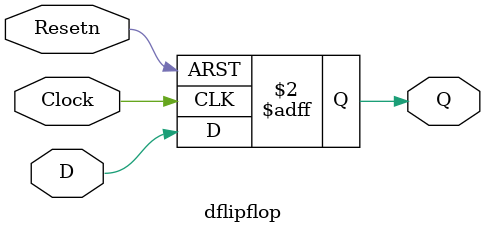
<source format=v>
module dflipflop(D,Clock,Resetn,Q);
input D,Clock,Resetn;
output reg Q;
always @(posedge Clock or posedge Resetn) 
begin
	if (Resetn) Q <= 1'b0;
	else Q <= D;
end
endmodule
</source>
